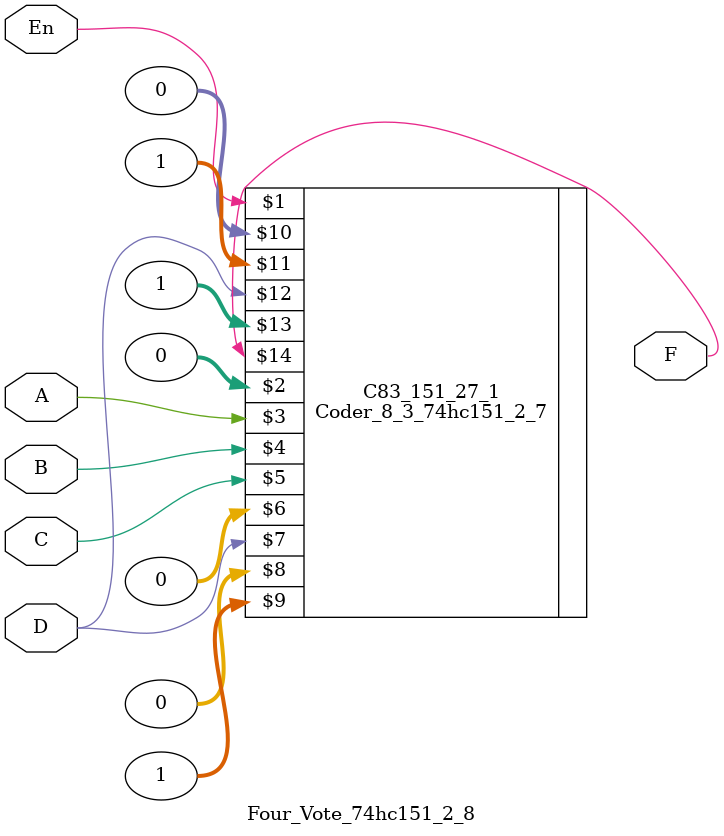
<source format=v>
module Four_Vote_74hc151_2_8(input En,A,B,C,D,output F);
	Coder_8_3_74hc151_2_7 C83_151_27_1(En,0,A,B,C,0,D,0,1,0,1,D,1,F);
endmodule 
</source>
